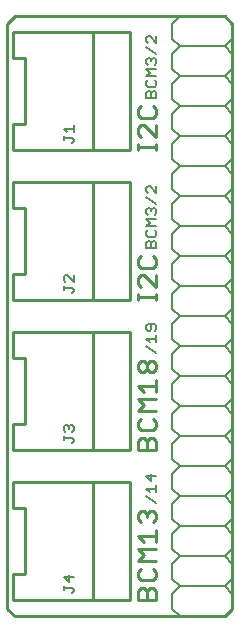
<source format=gto>
G75*
%MOIN*%
%OFA0B0*%
%FSLAX25Y25*%
%IPPOS*%
%LPD*%
%AMOC8*
5,1,8,0,0,1.08239X$1,22.5*
%
%ADD10C,0.01100*%
%ADD11C,0.00600*%
%ADD12C,0.01000*%
%ADD13C,0.00500*%
D10*
X0055345Y0017350D02*
X0055345Y0020303D01*
X0056329Y0021287D01*
X0057313Y0021287D01*
X0058297Y0020303D01*
X0058297Y0017350D01*
X0058297Y0020303D02*
X0059282Y0021287D01*
X0060266Y0021287D01*
X0061250Y0020303D01*
X0061250Y0017350D01*
X0055345Y0017350D01*
X0056329Y0023795D02*
X0060266Y0023795D01*
X0061250Y0024780D01*
X0061250Y0026748D01*
X0060266Y0027732D01*
X0061250Y0030241D02*
X0055345Y0030241D01*
X0057313Y0032209D01*
X0055345Y0034178D01*
X0061250Y0034178D01*
X0061250Y0036686D02*
X0061250Y0040623D01*
X0061250Y0038655D02*
X0055345Y0038655D01*
X0057313Y0036686D01*
X0056329Y0043132D02*
X0055345Y0044116D01*
X0055345Y0046085D01*
X0056329Y0047069D01*
X0057313Y0047069D01*
X0058297Y0046085D01*
X0059282Y0047069D01*
X0060266Y0047069D01*
X0061250Y0046085D01*
X0061250Y0044116D01*
X0060266Y0043132D01*
X0058297Y0045100D02*
X0058297Y0046085D01*
X0056329Y0027732D02*
X0055345Y0026748D01*
X0055345Y0024780D01*
X0056329Y0023795D01*
X0055345Y0067350D02*
X0055345Y0070303D01*
X0056329Y0071287D01*
X0057313Y0071287D01*
X0058297Y0070303D01*
X0058297Y0067350D01*
X0058297Y0070303D02*
X0059282Y0071287D01*
X0060266Y0071287D01*
X0061250Y0070303D01*
X0061250Y0067350D01*
X0055345Y0067350D01*
X0056329Y0073795D02*
X0055345Y0074780D01*
X0055345Y0076748D01*
X0056329Y0077732D01*
X0055345Y0080241D02*
X0057313Y0082209D01*
X0055345Y0084178D01*
X0061250Y0084178D01*
X0061250Y0086686D02*
X0061250Y0090623D01*
X0061250Y0088655D02*
X0055345Y0088655D01*
X0057313Y0086686D01*
X0057313Y0093132D02*
X0056329Y0093132D01*
X0055345Y0094116D01*
X0055345Y0096085D01*
X0056329Y0097069D01*
X0057313Y0097069D01*
X0058297Y0096085D01*
X0058297Y0094116D01*
X0057313Y0093132D01*
X0058297Y0094116D02*
X0059282Y0093132D01*
X0060266Y0093132D01*
X0061250Y0094116D01*
X0061250Y0096085D01*
X0060266Y0097069D01*
X0059282Y0097069D01*
X0058297Y0096085D01*
X0061250Y0080241D02*
X0055345Y0080241D01*
X0056329Y0073795D02*
X0060266Y0073795D01*
X0061250Y0074780D01*
X0061250Y0076748D01*
X0060266Y0077732D01*
X0061250Y0117350D02*
X0061250Y0119318D01*
X0061250Y0118334D02*
X0055345Y0118334D01*
X0055345Y0117350D02*
X0055345Y0119318D01*
X0056329Y0121647D02*
X0055345Y0122631D01*
X0055345Y0124600D01*
X0056329Y0125584D01*
X0057313Y0125584D01*
X0061250Y0121647D01*
X0061250Y0125584D01*
X0060266Y0128092D02*
X0061250Y0129077D01*
X0061250Y0131045D01*
X0060266Y0132029D01*
X0060266Y0128092D02*
X0056329Y0128092D01*
X0055345Y0129077D01*
X0055345Y0131045D01*
X0056329Y0132029D01*
X0055345Y0167350D02*
X0055345Y0169318D01*
X0055345Y0168334D02*
X0061250Y0168334D01*
X0061250Y0167350D02*
X0061250Y0169318D01*
X0061250Y0171647D02*
X0057313Y0175584D01*
X0056329Y0175584D01*
X0055345Y0174600D01*
X0055345Y0172631D01*
X0056329Y0171647D01*
X0056329Y0178092D02*
X0060266Y0178092D01*
X0061250Y0179077D01*
X0061250Y0181045D01*
X0060266Y0182029D01*
X0061250Y0175584D02*
X0061250Y0171647D01*
X0056329Y0178092D02*
X0055345Y0179077D01*
X0055345Y0181045D01*
X0056329Y0182029D01*
D11*
X0058097Y0184600D02*
X0058097Y0186301D01*
X0058664Y0186869D01*
X0059231Y0186869D01*
X0059799Y0186301D01*
X0059799Y0184600D01*
X0059799Y0186301D02*
X0060366Y0186869D01*
X0060933Y0186869D01*
X0061500Y0186301D01*
X0061500Y0184600D01*
X0058097Y0184600D01*
X0058664Y0188283D02*
X0058097Y0188850D01*
X0058097Y0189985D01*
X0058664Y0190552D01*
X0058097Y0191966D02*
X0059231Y0193101D01*
X0058097Y0194235D01*
X0061500Y0194235D01*
X0060933Y0195649D02*
X0061500Y0196217D01*
X0061500Y0197351D01*
X0060933Y0197918D01*
X0060366Y0197918D01*
X0059799Y0197351D01*
X0059799Y0196784D01*
X0059799Y0197351D02*
X0059231Y0197918D01*
X0058664Y0197918D01*
X0058097Y0197351D01*
X0058097Y0196217D01*
X0058664Y0195649D01*
X0058097Y0191966D02*
X0061500Y0191966D01*
X0060933Y0190552D02*
X0061500Y0189985D01*
X0061500Y0188850D01*
X0060933Y0188283D01*
X0058664Y0188283D01*
X0061500Y0199333D02*
X0058097Y0201601D01*
X0058664Y0203016D02*
X0058097Y0203583D01*
X0058097Y0204717D01*
X0058664Y0205284D01*
X0059231Y0205284D01*
X0061500Y0203016D01*
X0061500Y0205284D01*
X0066800Y0204300D02*
X0069300Y0201800D01*
X0084300Y0201800D01*
X0086800Y0199300D01*
X0086800Y0194300D01*
X0084300Y0191800D01*
X0069300Y0191800D01*
X0066800Y0189300D01*
X0066800Y0184300D01*
X0069300Y0181800D01*
X0084300Y0181800D01*
X0086800Y0179300D01*
X0086800Y0174300D01*
X0084300Y0171800D01*
X0069300Y0171800D01*
X0066800Y0169300D01*
X0066800Y0164300D01*
X0069300Y0161800D01*
X0084300Y0161800D01*
X0086800Y0159300D01*
X0086800Y0154300D01*
X0084300Y0151800D01*
X0069300Y0151800D01*
X0066800Y0149300D01*
X0066800Y0144300D01*
X0069300Y0141800D01*
X0084300Y0141800D01*
X0086800Y0139300D01*
X0086800Y0134300D01*
X0084300Y0131800D01*
X0069300Y0131800D01*
X0066800Y0134300D01*
X0066800Y0139300D01*
X0069300Y0141800D01*
X0069300Y0151800D02*
X0066800Y0154300D01*
X0066800Y0159300D01*
X0069300Y0161800D01*
X0069300Y0171800D02*
X0066800Y0174300D01*
X0066800Y0179300D01*
X0069300Y0181800D01*
X0069300Y0191800D02*
X0066800Y0194300D01*
X0066800Y0199300D01*
X0069300Y0201800D01*
X0066800Y0204300D02*
X0066800Y0209300D01*
X0069300Y0211800D01*
X0084300Y0211800D01*
X0086800Y0209300D01*
X0086800Y0204300D01*
X0084300Y0201800D01*
X0084300Y0191800D02*
X0086800Y0189300D01*
X0086800Y0184300D01*
X0084300Y0181800D01*
X0084300Y0171800D02*
X0086800Y0169300D01*
X0086800Y0164300D01*
X0084300Y0161800D01*
X0084300Y0151800D02*
X0086800Y0149300D01*
X0086800Y0144300D01*
X0084300Y0141800D01*
X0084300Y0131800D02*
X0086800Y0129300D01*
X0086800Y0124300D01*
X0084300Y0121800D01*
X0069300Y0121800D01*
X0066800Y0124300D01*
X0066800Y0129300D01*
X0069300Y0131800D01*
X0069300Y0121800D02*
X0066800Y0119300D01*
X0066800Y0114300D01*
X0069300Y0111800D01*
X0084300Y0111800D01*
X0086800Y0109300D01*
X0086800Y0104300D01*
X0084300Y0101800D01*
X0069300Y0101800D01*
X0066800Y0104300D01*
X0066800Y0109300D01*
X0069300Y0111800D01*
X0069300Y0101800D02*
X0066800Y0099300D01*
X0066800Y0094300D01*
X0069300Y0091800D01*
X0084300Y0091800D01*
X0086800Y0089300D01*
X0086800Y0084300D01*
X0084300Y0081800D01*
X0069300Y0081800D01*
X0066800Y0084300D01*
X0066800Y0089300D01*
X0069300Y0091800D01*
X0069300Y0081800D02*
X0066800Y0079300D01*
X0066800Y0074300D01*
X0069300Y0071800D01*
X0084300Y0071800D01*
X0086800Y0069300D01*
X0086800Y0064300D01*
X0084300Y0061800D01*
X0069300Y0061800D01*
X0066800Y0064300D01*
X0066800Y0069300D01*
X0069300Y0071800D01*
X0069300Y0061800D02*
X0066800Y0059300D01*
X0066800Y0054300D01*
X0069300Y0051800D01*
X0084300Y0051800D01*
X0086800Y0049300D01*
X0086800Y0044300D01*
X0084300Y0041800D01*
X0069300Y0041800D01*
X0066800Y0044300D01*
X0066800Y0049300D01*
X0069300Y0051800D01*
X0069300Y0041800D02*
X0066800Y0039300D01*
X0066800Y0034300D01*
X0069300Y0031800D01*
X0084300Y0031800D01*
X0086800Y0029300D01*
X0086800Y0024300D01*
X0084300Y0021800D01*
X0086800Y0019300D01*
X0086800Y0014300D01*
X0084300Y0011800D01*
X0069300Y0011800D01*
X0066800Y0014300D01*
X0066800Y0019300D01*
X0069300Y0021800D01*
X0084300Y0021800D01*
X0084300Y0031800D02*
X0086800Y0034300D01*
X0086800Y0039300D01*
X0084300Y0041800D01*
X0084300Y0051800D02*
X0086800Y0054300D01*
X0086800Y0059300D01*
X0084300Y0061800D01*
X0084300Y0071800D02*
X0086800Y0074300D01*
X0086800Y0079300D01*
X0084300Y0081800D01*
X0084300Y0091800D02*
X0086800Y0094300D01*
X0086800Y0099300D01*
X0084300Y0101800D01*
X0084300Y0111800D02*
X0086800Y0114300D01*
X0086800Y0119300D01*
X0084300Y0121800D01*
X0061500Y0134600D02*
X0061500Y0136301D01*
X0060933Y0136869D01*
X0060366Y0136869D01*
X0059799Y0136301D01*
X0059799Y0134600D01*
X0059799Y0136301D02*
X0059231Y0136869D01*
X0058664Y0136869D01*
X0058097Y0136301D01*
X0058097Y0134600D01*
X0061500Y0134600D01*
X0060933Y0138283D02*
X0061500Y0138850D01*
X0061500Y0139985D01*
X0060933Y0140552D01*
X0061500Y0141966D02*
X0058097Y0141966D01*
X0059231Y0143101D01*
X0058097Y0144235D01*
X0061500Y0144235D01*
X0060933Y0145649D02*
X0061500Y0146217D01*
X0061500Y0147351D01*
X0060933Y0147918D01*
X0060366Y0147918D01*
X0059799Y0147351D01*
X0059799Y0146784D01*
X0059799Y0147351D02*
X0059231Y0147918D01*
X0058664Y0147918D01*
X0058097Y0147351D01*
X0058097Y0146217D01*
X0058664Y0145649D01*
X0061500Y0149333D02*
X0058097Y0151601D01*
X0058664Y0153016D02*
X0058097Y0153583D01*
X0058097Y0154717D01*
X0058664Y0155284D01*
X0059231Y0155284D01*
X0061500Y0153016D01*
X0061500Y0155284D01*
X0058664Y0140552D02*
X0058097Y0139985D01*
X0058097Y0138850D01*
X0058664Y0138283D01*
X0060933Y0138283D01*
X0060933Y0109235D02*
X0058664Y0109235D01*
X0058097Y0108668D01*
X0058097Y0107533D01*
X0058664Y0106966D01*
X0059231Y0106966D01*
X0059799Y0107533D01*
X0059799Y0109235D01*
X0060933Y0109235D02*
X0061500Y0108668D01*
X0061500Y0107533D01*
X0060933Y0106966D01*
X0061500Y0105552D02*
X0061500Y0103283D01*
X0061500Y0104417D02*
X0058097Y0104417D01*
X0059231Y0103283D01*
X0058097Y0101869D02*
X0061500Y0099600D01*
X0059799Y0059235D02*
X0059799Y0056966D01*
X0058097Y0058668D01*
X0061500Y0058668D01*
X0061500Y0055552D02*
X0061500Y0053283D01*
X0061500Y0054417D02*
X0058097Y0054417D01*
X0059231Y0053283D01*
X0058097Y0051869D02*
X0061500Y0049600D01*
X0069300Y0031800D02*
X0066800Y0029300D01*
X0066800Y0024300D01*
X0069300Y0021800D01*
X0034000Y0020734D02*
X0033433Y0021301D01*
X0030597Y0021301D01*
X0030597Y0020734D02*
X0030597Y0021869D01*
X0032299Y0023283D02*
X0032299Y0025552D01*
X0034000Y0024985D02*
X0030597Y0024985D01*
X0032299Y0023283D01*
X0034000Y0020734D02*
X0034000Y0020167D01*
X0033433Y0019600D01*
X0033433Y0069600D02*
X0034000Y0070167D01*
X0034000Y0070734D01*
X0033433Y0071301D01*
X0030597Y0071301D01*
X0030597Y0070734D02*
X0030597Y0071869D01*
X0031164Y0073283D02*
X0030597Y0073850D01*
X0030597Y0074985D01*
X0031164Y0075552D01*
X0031731Y0075552D01*
X0032299Y0074985D01*
X0032866Y0075552D01*
X0033433Y0075552D01*
X0034000Y0074985D01*
X0034000Y0073850D01*
X0033433Y0073283D01*
X0032299Y0074417D02*
X0032299Y0074985D01*
X0033433Y0119600D02*
X0034000Y0120167D01*
X0034000Y0120734D01*
X0033433Y0121301D01*
X0030597Y0121301D01*
X0030597Y0120734D02*
X0030597Y0121869D01*
X0031164Y0123283D02*
X0030597Y0123850D01*
X0030597Y0124985D01*
X0031164Y0125552D01*
X0031731Y0125552D01*
X0034000Y0123283D01*
X0034000Y0125552D01*
X0033433Y0169600D02*
X0034000Y0170167D01*
X0034000Y0170734D01*
X0033433Y0171301D01*
X0030597Y0171301D01*
X0030597Y0170734D02*
X0030597Y0171869D01*
X0031731Y0173283D02*
X0030597Y0174417D01*
X0034000Y0174417D01*
X0034000Y0173283D02*
X0034000Y0175552D01*
D12*
X0011800Y0209300D02*
X0011800Y0014300D01*
X0014300Y0011800D01*
X0084300Y0011800D01*
X0086800Y0014300D01*
X0086800Y0209300D01*
X0084300Y0211800D01*
X0014300Y0211800D01*
X0011800Y0209300D01*
X0013729Y0206485D02*
X0013729Y0197824D01*
X0017666Y0197824D01*
X0017666Y0175776D01*
X0013729Y0175776D01*
X0013729Y0167115D01*
X0040501Y0167115D01*
X0040501Y0206485D01*
X0013729Y0206485D01*
X0013729Y0156485D02*
X0013729Y0147824D01*
X0017666Y0147824D01*
X0017666Y0125776D01*
X0013729Y0125776D01*
X0013729Y0117115D01*
X0040501Y0117115D01*
X0040501Y0156485D01*
X0013729Y0156485D01*
X0013729Y0106485D02*
X0013729Y0097824D01*
X0017666Y0097824D01*
X0017666Y0075776D01*
X0013729Y0075776D01*
X0013729Y0067115D01*
X0040501Y0067115D01*
X0040501Y0106485D01*
X0013729Y0106485D01*
X0013729Y0056485D02*
X0013729Y0047824D01*
X0017666Y0047824D01*
X0017666Y0025776D01*
X0013729Y0025776D01*
X0013729Y0017115D01*
X0040501Y0017115D01*
X0040501Y0056485D01*
X0013729Y0056485D01*
X0040501Y0056485D02*
X0052706Y0056485D01*
X0052706Y0017115D01*
X0040501Y0017115D01*
X0040501Y0067115D02*
X0052706Y0067115D01*
X0052706Y0106485D01*
X0040501Y0106485D01*
X0040501Y0117115D02*
X0052706Y0117115D01*
X0052706Y0156485D01*
X0040501Y0156485D01*
X0040501Y0167115D02*
X0052706Y0167115D01*
X0052706Y0206485D01*
X0040501Y0206485D01*
D13*
X0042863Y0167115D02*
X0050737Y0167115D01*
X0050737Y0117115D02*
X0042863Y0117115D01*
X0042863Y0067115D02*
X0050737Y0067115D01*
X0050737Y0017115D02*
X0042863Y0017115D01*
M02*

</source>
